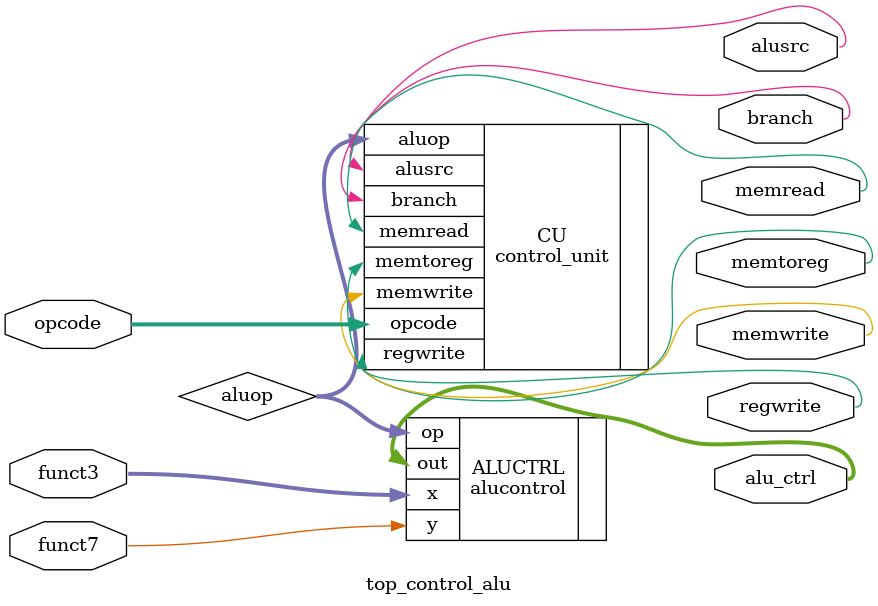
<source format=sv>
`timescale 1ns / 1ps



module top_control_alu(
    input  logic [6:0] opcode,   
    input  logic [2:0] funct3,  
    input  logic  funct7,   
    output logic [3:0] alu_ctrl, 
    output logic       regwrite,
    output logic       alusrc,
    output logic       memread,
    output logic       memwrite,
    output logic       memtoreg,
    output logic       branch
);

   
    logic [1:0] aluop;

    control_unit CU (
        .opcode(opcode),
        .regwrite(regwrite),
        .alusrc(alusrc),
        .memread(memread),
        .memwrite(memwrite),
        .memtoreg(memtoreg),
        .branch(branch),
        .aluop(aluop)
    );

    alucontrol ALUCTRL (
        .op(aluop),
        .x(funct3),
        .y(funct7),
        .out(alu_ctrl)
    );

endmodule


</source>
